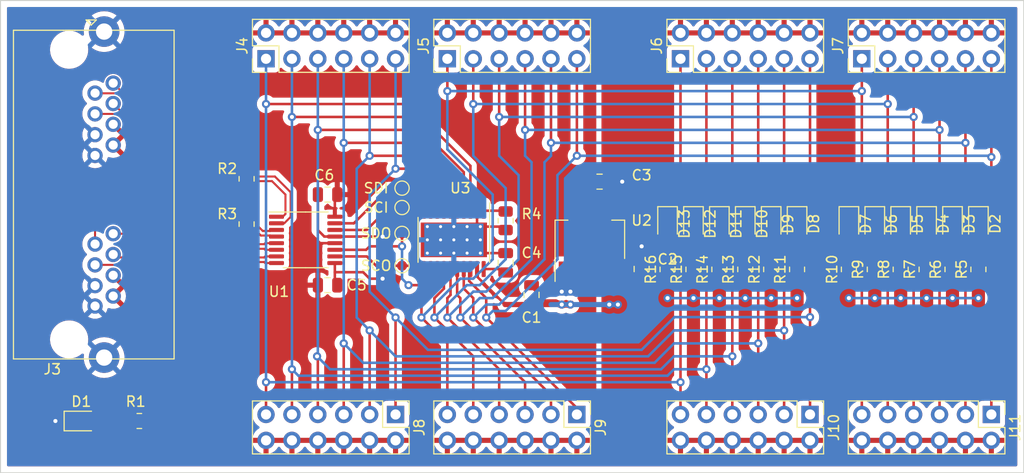
<source format=kicad_pcb>
(kicad_pcb (version 20221018) (generator pcbnew)
  (layers (0 "F.Cu" signal) (31 "B.Cu" signal) (34 "B.Paste" user) (35 "F.Paste" user) (36 "B.SilkS" user "B.Silkscreen") (37 "F.SilkS" user "F.Silkscreen") (38 "B.Mask" user) (39 "F.Mask" user) (44 "Edge.Cuts" user))
  (net 0 "")
  (net 1 "+3V3")
  (net 2 "GND")
  (net 3 "+5V")
  (net 4 "Net-(U3-VREG)")
  (net 5 "Net-(D1-A)")
  (net 6 "/Din_P")
  (net 7 "/Din_N")
  (net 8 "/Cin_P")
  (net 9 "/Cin_N")
  (net 10 "/Dout_N")
  (net 11 "/Dout_P")
  (net 12 "/Cout_N")
  (net 13 "/Cout_P")
  (net 14 "Net-(U3-IREF)")
  (net 15 "Net-(D2-K)")
  (net 16 "Net-(D2-A)")
  (net 17 "Net-(D3-K)")
  (net 18 "Net-(D3-A)")
  (net 19 "Net-(D4-K)")
  (net 20 "Net-(D4-A)")
  (net 21 "Net-(D5-K)")
  (net 22 "Net-(D5-A)")
  (net 23 "Net-(D6-K)")
  (net 24 "Net-(D6-A)")
  (net 25 "Net-(D7-K)")
  (net 26 "Net-(D7-A)")
  (net 27 "Net-(U1-DIN1)")
  (net 28 "Net-(U1-DIN2)")
  (net 29 "Net-(U1-ROUT2)")
  (net 30 "Net-(U1-ROUT1)")
  (net 31 "Net-(D8-K)")
  (net 32 "Net-(D8-A)")
  (net 33 "Net-(D9-K)")
  (net 34 "Net-(D9-A)")
  (net 35 "Net-(D10-K)")
  (net 36 "Net-(D10-A)")
  (net 37 "Net-(D11-K)")
  (net 38 "Net-(D11-A)")
  (net 39 "Net-(D12-K)")
  (net 40 "Net-(D12-A)")
  (net 41 "Net-(D13-K)")
  (net 42 "Net-(D13-A)")
  (footprint "LED_SMD:LED_0805_2012Metric" (layer "F.Cu") (at 162.56 89.8675 -90)
    (fp_text reference "D11")
    (fp_text value "LED")
  )
  (footprint "Capacitor_SMD:C_0805_2012Metric" (layer "F.Cu") (at 144.145 96.84 90)
    (fp_text reference "C1")
    (fp_text value "100nF")
  )
  (footprint "LED_SMD:LED_0805_2012Metric" (layer "F.Cu") (at 185.42 89.8675 -90)
    (fp_text reference "D3")
    (fp_text value "LED")
  )
  (footprint "Capacitor_SMD:C_0805_2012Metric" (layer "F.Cu") (at 124.145 86.995 180)
    (fp_text reference "C6")
    (fp_text value "4nF")
  )
  (footprint "LED_SMD:LED_0805_2012Metric" (layer "F.Cu") (at 167.64 89.8675 -90)
    (fp_text reference "D9")
    (fp_text value "LED")
  )
  (footprint "Resistor_SMD:R_0805_2012Metric" (layer "F.Cu") (at 177.8 94.3375 90)
    (fp_text reference "R9")
    (fp_text value "330")
  )
  (footprint "Resistor_SMD:R_0805_2012Metric" (layer "F.Cu") (at 187.96 94.3375 90)
    (fp_text reference "R5")
    (fp_text value "330")
  )
  (footprint "Connector_PinHeader_2.54mm:PinHeader_2x06_P2.54mm_Vertical" (layer "F.Cu") (at 189.23 108.58 -90)
    (fp_text reference "J11")
    (fp_text value "Conn_02x06_Odd_Even" hide)
  )
  (footprint "LED_SMD:LED_0805_2012Metric" (layer "F.Cu") (at 160.02 89.8675 -90)
    (fp_text reference "D12")
    (fp_text value "LED")
  )
  (footprint "TestPoint:TestPoint_Pad_D1.0mm" (layer "F.Cu") (at 131.445 88.265)
    (fp_text reference "SCI")
    (fp_text value "TestPoint_Pad_D1.0mm" hide)
  )
  (footprint "Resistor_SMD:R_0805_2012Metric" (layer "F.Cu") (at 180.34 94.3375 90)
    (fp_text reference "R8")
    (fp_text value "330")
  )
  (footprint "LED_SMD:LED_0805_2012Metric" (layer "F.Cu") (at 99.9975 109.22)
    (fp_text reference "D1")
    (fp_text value "LED" hide)
  )
  (footprint "Connector_PinHeader_2.54mm:PinHeader_2x06_P2.54mm_Vertical" (layer "F.Cu") (at 135.89 73.665 90)
    (fp_text reference "J5")
    (fp_text value "Conn_02x06_Odd_Even" hide)
  )
  (footprint "Resistor_SMD:R_0805_2012Metric" (layer "F.Cu") (at 157.48 94.3375 90)
    (fp_text reference "R16")
    (fp_text value "330")
  )
  (footprint "Connector_PinHeader_2.54mm:PinHeader_2x06_P2.54mm_Vertical" (layer "F.Cu") (at 176.53 73.665 90)
    (fp_text reference "J7")
    (fp_text value "Conn_02x06_Odd_Even" hide)
  )
  (footprint "Resistor_SMD:R_0805_2012Metric" (layer "F.Cu") (at 165.1 94.3375 90)
    (fp_text reference "R13")
    (fp_text value "330")
  )
  (footprint "My_Footprints:RJ45_2x" (layer "F.Cu") (at 102.235 86.995 -90)
    (fp_text reference "J3")
    (fp_text value "8P8C_Shielded_2x" hide)
  )
  (footprint "Resistor_SMD:R_0805_2012Metric" (layer "F.Cu") (at 116.205 85.4475 -90)
    (fp_text reference "R2")
    (fp_text value "100")
  )
  (footprint "Connector_PinHeader_2.54mm:PinHeader_2x06_P2.54mm_Vertical" (layer "F.Cu") (at 158.75 73.665 90)
    (fp_text reference "J6")
    (fp_text value "Conn_02x06_Odd_Even" hide)
  )
  (footprint "Connector_PinHeader_2.54mm:PinHeader_2x06_P2.54mm_Vertical" (layer "F.Cu") (at 118.11 73.665 90)
    (fp_text reference "J4")
    (fp_text value "Conn_02x06_Odd_Even" hide)
  )
  (footprint "LED_SMD:LED_0805_2012Metric" (layer "F.Cu") (at 177.8 89.8675 -90)
    (fp_text reference "D6")
    (fp_text value "LED")
  )
  (footprint "Resistor_SMD:R_0805_2012Metric" (layer "F.Cu") (at 170.18 94.3375 90)
    (fp_text reference "R11")
    (fp_text value "330")
  )
  (footprint "LED_SMD:LED_0805_2012Metric" (layer "F.Cu") (at 157.48 89.8675 -90)
    (fp_text reference "D13")
    (fp_text value "LED")
  )
  (footprint "Capacitor_SMD:C_0805_2012Metric" (layer "F.Cu") (at 154.94 94.3 90)
    (fp_text reference "C2")
    (fp_text value "10uF")
  )
  (footprint "LED_SMD:LED_0805_2012Metric" (layer "F.Cu") (at 175.26 89.8675 -90)
    (fp_text reference "D7")
    (fp_text value "LED")
  )
  (footprint "Resistor_SMD:R_0805_2012Metric" (layer "F.Cu") (at 116.205 89.8925 90)
    (fp_text reference "R3")
    (fp_text value "100")
  )
  (footprint "Resistor_SMD:R_0805_2012Metric" (layer "F.Cu") (at 185.42 94.3375 90)
    (fp_text reference "R6")
    (fp_text value "330")
  )
  (footprint "Connector_PinHeader_2.54mm:PinHeader_2x06_P2.54mm_Vertical" (layer "F.Cu") (at 130.81 108.58 -90)
    (fp_text reference "J8")
    (fp_text value "Conn_02x06_Odd_Even" hide)
  )
  (footprint "Connector_PinHeader_2.54mm:PinHeader_2x06_P2.54mm_Vertical" (layer "F.Cu") (at 171.45 108.58 -90)
    (fp_text reference "J10")
    (fp_text value "Conn_02x06_Odd_Even" hide)
  )
  (footprint "Resistor_SMD:R_0805_2012Metric" (layer "F.Cu") (at 175.26 94.3375 90)
    (fp_text reference "R10")
    (fp_text value "330")
  )
  (footprint "Capacitor_SMD:C_0805_2012Metric" (layer "F.Cu") (at 150.815 85.725)
    (fp_text reference "C3")
    (fp_text value "22uF")
  )
  (footprint "Resistor_SMD:R_0805_2012Metric" (layer "F.Cu") (at 141.605 89.565 -90)
    (fp_text reference "R4")
    (fp_text value "2k4")
  )
  (footprint "TestPoint:TestPoint_Pad_D1.0mm" (layer "F.Cu") (at 131.445 86.36)
    (fp_text reference "SDI")
    (fp_text value "TestPoint_Pad_D1.0mm" hide)
  )
  (footprint "Package_SO:HTSSOP-20-1EP_4.4x6.5mm_P0.65mm_EP3.4x6.5mm_Mask2.75x3.43mm_ThermalVias" (layer "F.Cu") (at 136.525 91.44 -90)
    (fp_text reference "U3")
    (fp_text value "TLC5971PWP")
  )
  (footprint "Capacitor_SMD:C_0805_2012Metric" (layer "F.Cu") (at 141.605 93.69 90)
    (fp_text reference "C4")
    (fp_text value "1uF")
  )
  (footprint "LED_SMD:LED_0805_2012Metric" (layer "F.Cu") (at 165.1 89.8675 -90)
    (fp_text reference "D10")
    (fp_text value "LED")
  )
  (footprint "LED_SMD:LED_0805_2012Metric" (layer "F.Cu") (at 180.34 89.8675 -90)
    (fp_text reference "D5")
    (fp_text value "LED")
  )
  (footprint "Resistor_SMD:R_0805_2012Metric" (layer "F.Cu") (at 162.56 94.3375 90)
    (fp_text reference "R14")
    (fp_text value "330")
  )
  (footprint "TestPoint:TestPoint_Pad_D1.0mm" (layer "F.Cu") (at 131.445 93.98)
    (fp_text reference "SCO")
    (fp_text value "TestPoint_Pad_D1.0mm" hide)
  )
  (footprint "Resistor_SMD:R_0805_2012Metric" (layer "F.Cu") (at 167.64 94.3375 90)
    (fp_text reference "R12")
    (fp_text value "330")
  )
  (footprint "Resistor_SMD:R_0805_2012Metric" (layer "F.Cu") (at 160.02 94.3375 90)
    (fp_text reference "R15")
    (fp_text value "330")
  )
  (footprint "Resistor_SMD:R_0805_2012Metric" (layer "F.Cu") (at 182.88 94.3375 90)
    (fp_text reference "R7")
    (fp_text value "330")
  )
  (footprint "LED_SMD:LED_0805_2012Metric" (layer "F.Cu") (at 182.88 89.8675 -90)
    (fp_text reference "D4")
    (fp_text value "LED")
  )
  (footprint "TestPoint:TestPoint_Pad_D1.0mm" (layer "F.Cu") (at 131.445 90.805)
    (fp_text reference "SDO")
    (fp_text value "TestPoint_Pad_D1.0mm" hide)
  )
  (footprint "Capacitor_SMD:C_0805_2012Metric" (layer "F.Cu") (at 124.145 95.885)
    (fp_text reference "C5")
    (fp_text value "100nF")
  )
  (footprint "Connector_PinHeader_2.54mm:PinHeader_2x06_P2.54mm_Vertical" (layer "F.Cu") (at 148.59 108.58 -90)
    (fp_text reference "J9")
    (fp_text value "Conn_02x06_Odd_Even" hide)
  )
  (footprint "Package_SO:TSSOP-16_4.4x5mm_P0.65mm" (layer "F.Cu") (at 121.995 91.44)
    (fp_text reference "U1")
    (fp_text value "SN65LVDS049")
  )
  (footprint "Package_TO_SOT_SMD:SOT-223-3_TabPin2" (layer "F.Cu") (at 149.86 91.415 90)
    (fp_text reference "U2")
    (fp_text value "AZ1117-3.3")
  )
  (footprint "LED_SMD:LED_0805_2012Metric" (layer "F.Cu") (at 170.18 89.8675 -90)
    (fp_text reference "D8")
    (fp_text value "LED")
  )
  (footprint "LED_SMD:LED_0805_2012Metric" (layer "F.Cu") (at 187.96 89.8675 -90)
    (fp_text reference "D2")
    (fp_text value "LED")
  )
  (footprint "Resistor_SMD:R_0805_2012Metric" (layer "F.Cu") (at 105.6875 109.22 180)
    (fp_text reference "R1")
    (fp_text value "330")
  )
  (gr_line (start 92.075 67.945) (end 92.71 67.945) (stroke (width 0.1)) (layer "Edge.Cuts"))
  (gr_line (start 192.405 114.3) (end 92.075 114.3) (stroke (width 0.1)) (layer "Edge.Cuts"))
  (gr_line (start 192.405 67.945) (end 192.405 114.3) (stroke (width 0.1)) (layer "Edge.Cuts"))
  (gr_line (start 92.075 114.3) (end 92.075 67.945) (stroke (width 0.1)) (layer "Edge.Cuts"))
  (gr_line (start 92.71 67.945) (end 192.405 67.945) (stroke (width 0.1)) (layer "Edge.Cuts"))
  (segment (start 124.8575 91.765) (end 122.23 91.765) (width 0.25) (layer "F.Cu") (net 1))
  (segment (start 124.8575 89.165) (end 124.8575 87.2325) (width 0.25) (layer "F.Cu") (net 1))
  (segment (start 124.8575 87.2325) (end 125.095 86.995) (width 0.25) (layer "F.Cu") (net 1))
  (segment (start 138.8 89.815) (end 139.125 90.14) (width 0.25) (layer "F.Cu") (net 2))
  (segment (start 139.125 90.14) (end 141.2675 90.14) (width 0.25) (layer "F.Cu") (net 2))
  (segment (start 139.125 92.74) (end 141.605 92.74) (width 0.25) (layer "F.Cu") (net 2))
  (segment (start 147.56 96.065497) (end 147.105497 96.52) (width 0.5) (layer "F.Cu") (net 2))
  (segment (start 128.27 95.25) (end 127.635 94.615) (width 0.25) (layer "F.Cu") (net 2))
  (segment (start 123.825 91.115) (end 124.8575 91.115) (width 0.25) (layer "F.Cu") (net 2))
  (segment (start 147.56 94.565) (end 147.56 96.065497) (width 0.5) (layer "F.Cu") (net 2))
  (segment (start 123.195 86.995) (end 123.195 90.485) (width 0.25) (layer "F.Cu") (net 2))
  (segment (start 129.544418 91.124735) (end 129.534683 91.115) (width 0.25) (layer "F.Cu") (net 2))
  (segment (start 144.775 96.52) (end 147.105497 96.52) (width 0.5) (layer "F.Cu") (net 2))
  (segment (start 123.195 90.485) (end 123.825 91.115) (width 0.25) (layer "F.Cu") (net 2))
  (segment (start 154.94 93.35) (end 154.94 92.075) (width 0.25) (layer "F.Cu") (net 2))
  (segment (start 99.06 109.22) (end 97.4575 109.22) (width 0.25) (layer "F.Cu") (net 2))
  (segment (start 144.145 95.89) (end 144.775 96.52) (width 0.5) (layer "F.Cu") (net 2))
  (segment (start 129.534683 91.115) (end 124.8575 91.115) (width 0.25) (layer "F.Cu") (net 2))
  (segment (start 129.54 95.25) (end 128.27 95.25) (width 0.25) (layer "F.Cu") (net 2))
  (segment (start 151.765 85.725) (end 153.035 85.725) (width 0.25) (layer "F.Cu") (net 2))
  (segment (start 127.635 94.615) (end 124.8575 94.615) (width 0.25) (layer "F.Cu") (net 2))
  (segment (start 124.8575 93.715) (end 124.8575 94.615) (width 0.25) (layer "F.Cu") (net 2))
  (segment (start 124.8575 95.6475) (end 125.095 95.885) (width 0.25) (layer "F.Cu") (net 2))
  (segment (start 138.8 88.5775) (end 138.8 89.815) (width 0.25) (layer "F.Cu") (net 2))
  (segment (start 147.56 96.125) (end 147.955 96.52) (width 0.5) (layer "F.Cu") (net 2))
  (segment (start 124.8575 94.615) (end 124.8575 95.6475) (width 0.25) (layer "F.Cu") (net 2))
  (segment (start 141.2675 90.14) (end 141.605 90.4775) (width 0.25) (layer "F.Cu") (net 2))
  (via (at 154.94 92.075) (size 0.8) (drill 0.4) (layers "F.Cu" "B.Cu") (net 2))
  (via (at 147.955 96.52) (size 0.8) (drill 0.4) (layers "F.Cu" "B.Cu") (net 2))
  (via (at 97.4575 109.22) (size 0.8) (drill 0.4) (layers "F.Cu" "B.Cu") (net 2))
  (via (at 129.544418 91.124735) (size 0.8) (drill 0.4) (layers "F.Cu" "B.Cu") (net 2))
  (via (at 129.54 95.25) (size 0.8) (drill 0.4) (layers "F.Cu" "B.Cu") (net 2))
  (via (at 153.035 85.725) (size 0.8) (drill 0.4) (layers "F.Cu" "B.Cu") (net 2))
  (via (at 147.105497 96.52) (size 0.8) (drill 0.4) (layers "F.Cu" "B.Cu") (net 2))
  (segment (start 138.8 95.041041) (end 138.8 94.3025) (width 0.25) (layer "F.Cu") (net 3))
  (segment (start 144.145 97.79) (end 146.05 97.79) (width 0.5) (layer "F.Cu") (net 3))
  (segment (start 141.548959 97.79) (end 138.8 95.041041) (width 0.25) (layer "F.Cu") (net 3))
  (segment (start 146.899503 97.79) (end 146.05 97.79) (width 0.5) (layer "F.Cu") (net 3))
  (segment (start 144.145 97.79) (end 141.548959 97.79) (width 0.5) (layer "F.Cu") (net 3))
  (via (at 167.64 97.155) (size 0.8) (drill 0.4) (layers "F.Cu" "B.Cu") (net 3))
  (via (at 170.18 97.155) (size 0.8) (drill 0.4) (layers "F.Cu" "B.Cu") (net 3))
  (via (at 162.56 97.155) (size 0.8) (drill 0.4) (layers "F.Cu" "B.Cu") (net 3))
  (via (at 182.88 97.155) (size 0.8) (drill 0.4) (layers "F.Cu" "B.Cu") (net 3))
  (via (at 177.8 97.155) (size 0.8) (drill 0.4) (layers "F.Cu" "B.Cu") (net 3))
  (via (at 160.02 97.155) (size 0.8) (drill 0.4) (layers "F.Cu" "B.Cu") (net 3))
  (via (at 165.1 97.155) (size 0.8) (drill 0.4) (layers "F.Cu" "B.Cu") (net 3))
  (via (at 152.614503 97.79) (size 0.8) (drill 0.4) (layers "F.Cu" "B.Cu") (net 3))
  (via (at 175.26 97.155) (size 0.8) (drill 0.4) (layers "F.Cu" "B.Cu") (net 3))
  (via (at 187.96 97.155) (size 0.8) (drill 0.4) (layers "F.Cu" "B.Cu") (net 3))
  (via (at 180.34 97.155) (size 0.8) (drill 0.4) (layers "F.Cu" "B.Cu") (net 3))
  (via (at 185.42 97.155) (size 0.8) (drill 0.4) (layers "F.Cu" "B.Cu") (net 3))
  (via (at 157.48 97.155) (size 0.8) (drill 0.4) (layers "F.Cu" "B.Cu") (net 3))
  (via (at 151.765 97.79) (size 0.8) (drill 0.4) (layers "F.Cu" "B.Cu") (net 3))
  (via (at 147.105497 97.79) (size 0.8) (drill 0.4) (layers "F.Cu" "B.Cu") (net 3))
  (via (at 147.955 97.79) (size 0.8) (drill 0.4) (layers "F.Cu" "B.Cu") (net 3))
  (segment (start 167.64 97.155) (end 170.18 97.155) (width 0.25) (layer "B.Cu") (net 3))
  (segment (start 162.56 97.155) (end 165.1 97.155) (width 0.25) (layer "B.Cu") (net 3))
  (segment (start 151.765 97.79) (end 152.614503 97.79) (width 0.5) (layer "B.Cu") (net 3))
  (segment (start 146.05 97.79) (end 151.765 97.79) (width 0.5) (layer "B.Cu") (net 3))
  (segment (start 185.42 97.155) (end 187.96 97.155) (width 0.25) (layer "B.Cu") (net 3))
  (segment (start 157.48 97.155) (end 160.02 97.155) (width 0.25) (layer "B.Cu") (net 3))
  (segment (start 160.02 97.155) (end 162.56 97.155) (width 0.25) (layer "B.Cu") (net 3))
  (segment (start 165.1 97.155) (end 167.64 97.155) (width 0.25) (layer "B.Cu") (net 3))
  (segment (start 177.8 97.155) (end 180.34 97.155) (width 0.25) (layer "B.Cu") (net 3))
  (segment (start 182.88 97.155) (end 185.42 97.155) (width 0.25) (layer "B.Cu") (net 3))
  (segment (start 175.26 97.155) (end 177.8 97.155) (width 0.25) (layer "B.Cu") (net 3))
  (segment (start 180.34 97.155) (end 182.88 97.155) (width 0.25) (layer "B.Cu") (net 3))
  (segment (start 139.45 94.3025) (end 141.2675 94.3025) (width 0.25) (layer "F.Cu") (net 4))
  (segment (start 141.2675 94.3025) (end 141.605 94.64) (width 0.25) (layer "F.Cu") (net 4))
  (segment (start 100.935 109.22) (end 104.775 109.22) (width 0.25) (layer "F.Cu") (net 5))
  (segment (start 116.205 84.535) (end 116.3925 84.535) (width 0.2) (layer "F.Cu") (net 6))
  (segment (start 113.1625 85.2225) (end 112.16 84.22) (width 0.2) (layer "F.Cu") (net 6))
  (segment (start 118.980391 85.2225) (end 120.523 86.765109) (width 0.2) (layer "F.Cu") (net 6))
  (segment (start 103.905 76.835) (end 103.125 76.055) (width 0.2) (layer "F.Cu") (net 6))
  (segment (start 117.08 85.2225) (end 118.980391 85.2225) (width 0.2) (layer "F.Cu") (net 6))
  (segment (start 120.523 86.765109) (end 120.523 89.1861) (width 0.2) (layer "F.Cu") (net 6))
  (segment (start 116.3925 84.535) (end 117.08 85.2225) (width 0.2) (layer "F.Cu") (net 6))
  (segment (start 119.8941 89.815) (end 119.1325 89.815) (width 0.2) (layer "F.Cu") (net 6))
  (segment (start 115.269999 85.2225) (end 113.1625 85.2225) (width 0.2) (layer "F.Cu") (net 6))
  (segment (start 116.205 84.535) (end 115.957499 84.535) (width 0.2) (layer "F.Cu") (net 6))
  (segment (start 120.523 89.1861) (end 119.8941 89.815) (width 0.2) (layer "F.Cu") (net 6))
  (segment (start 108.585 76.835) (end 103.905 76.835) (width 0.2) (layer "F.Cu") (net 6))
  (segment (start 112.16 84.22) (end 112.16 80.41) (width 0.2) (layer "F.Cu") (net 6))
  (segment (start 115.957499 84.535) (end 115.269999 85.2225) (width 0.2) (layer "F.Cu") (net 6))
  (segment (start 112.16 80.41) (end 108.585 76.835) (width 0.2) (layer "F.Cu") (net 6))
  (segment (start 117.08 85.6725) (end 118.6925 85.6725) (width 0.2) (layer "F.Cu") (net 7))
  (segment (start 115.951 86.36) (end 116.205 86.36) (width 0.2) (layer "F.Cu") (net 7))
  (segment (start 103.539214 77.055) (end 103.719214 77.235) (width 0.2) (layer "F.Cu") (net 7))
  (segment (start 118.6925 85.6725) (end 120.015 86.995) (width 0.2) (layer "F.Cu") (net 7))
  (segment (start 101.345 77.035) (end 101.365 77.055) (width 0.2) (layer "F.Cu") (net 7))
  (segment (start 108.35 77.235) (end 111.76 80.645) (width 0.2) (layer "F.Cu") (net 7))
  (segment (start 111.76 80.645) (end 111.76 84.455) (width 0.2) (layer "F.Cu") (net 7))
  (segment (start 120.015 88.9) (end 119.75 89.165) (width 0.2) (layer "F.Cu") (net 7))
  (segment (start 103.719214 77.235) (end 108.35 77.235) (width 0.2) (layer "F.Cu") (net 7))
  (segment (start 101.365 77.055) (end 103.539214 77.055) (width 0.2) (layer "F.Cu") (net 7))
  (segment (start 112.9775 85.6725) (end 115.2635 85.6725) (width 0.2) (layer "F.Cu") (net 7))
  (segment (start 116.205 86.36) (end 116.3925 86.36) (width 0.2) (layer "F.Cu") (net 7))
  (segment (start 116.3925 86.36) (end 117.08 85.6725) (width 0.2) (layer "F.Cu") (net 7))
  (segment (start 115.2635 85.6725) (end 115.951 86.36) (width 0.2) (layer "F.Cu") (net 7))
  (segment (start 111.76 84.455) (end 112.9775 85.6725) (width 0.2) (layer "F.Cu") (net 7))
  (segment (start 120.015 86.995) (end 120.015 88.9) (width 0.2) (layer "F.Cu") (net 7))
  (segment (start 119.75 89.165) (end 119.1325 89.165) (width 0.2) (layer "F.Cu") (net 7))
  (segment (start 115.33 90.1175) (end 110.7543 90.1175) (width 0.2) (layer "F.Cu") (net 8))
  (segment (start 117.393603 90.805) (end 116.205 90.805) (width 0.2) (layer "F.Cu") (net 8))
  (segment (start 116.205 90.805) (end 116.0175 90.805) (width 0.2) (layer "F.Cu") (net 8))
  (segment (start 116.515 91.115) (end 116.205 90.805) (width 0.25) (layer "F.Cu") (net 8))
  (segment (start 117.603603 91.015) (end 117.393603 90.805) (width 0.2) (layer "F.Cu") (net 8))
  (segment (start 110.7543 90.1175) (end 108.995 88.3582) (width 0.2) (layer "F.Cu") (net 8))
  (segment (start 119.1325 91.115) (end 118.595 91.115) (width 0.2) (layer "F.Cu") (net 8))
  (segment (start 116.0175 90.805) (end 115.33 90.1175) (width 0.2) (layer "F.Cu") (net 8))
  (segment (start 108.995 81.055) (end 107.08 79.14) (width 0.2) (layer "F.Cu") (net 8))
  (segment (start 118.595 91.115) (end 118.495 91.015) (width 0.2) (layer "F.Cu") (net 8))
  (segment (start 103.584214 79.14) (end 103.519214 79.075) (width 0.2) (layer "F.Cu") (net 8))
  (segment (start 108.995 88.3582) (end 108.995 81.055) (width 0.2) (layer "F.Cu") (net 8))
  (segment (start 118.495 91.015) (end 117.603603 91.015) (width 0.2) (layer "F.Cu") (net 8))
  (segment (start 107.08 79.14) (end 103.584214 79.14) (width 0.2) (layer "F.Cu") (net 8))
  (segment (start 103.519214 79.075) (end 101.345 79.075) (width 0.2) (layer "F.Cu") (net 8))
  (segment (start 116.0175 88.98) (end 115.33 89.6675) (width 0.2) (layer "F.Cu") (net 9))
  (segment (start 115.725 88.98) (end 116.205 88.98) (width 0.25) (layer "F.Cu") (net 9))
  (segment (start 116.205 88.98) (end 116.0175 88.98) (width 0.2) (layer "F.Cu") (net 9))
  (segment (start 110.9407 89.6675) (end 109.445 88.1718) (width 0.2) (layer "F.Cu") (net 9))
  (segment (start 109.445 80.87) (end 107.315 78.74) (width 0.2) (layer "F.Cu") (net 9))
  (segment (start 118.495 90.565) (end 117.79 90.565) (width 0.2) (layer "F.Cu") (net 9))
  (segment (start 109.445 88.1718) (end 109.445 80.87) (width 0.2) (layer "F.Cu") (net 9))
  (segment (start 115.33 89.6675) (end 110.9407 89.6675) (width 0.2) (layer "F.Cu") (net 9))
  (segment (start 107.315 78.74) (end 103.81 78.74) (width 0.2) (layer "F.Cu") (net 9))
  (segment (start 118.595 90.465) (end 118.495 90.565) (width 0.2) (layer "F.Cu") (net 9))
  (segment (start 119.1325 90.465) (end 118.595 90.465) (width 0.2) (layer "F.Cu") (net 9))
  (segment (start 103.81 78.74) (end 103.125 78.055) (width 0.2) (layer "F.Cu") (net 9))
  (segment (start 117.79 90.565) (end 116.205 88.98) (width 0.2) (layer "F.Cu") (net 9))
  (segment (start 117.926249 91.865) (end 106.1532 91.865) (width 0.2) (layer "F.Cu") (net 10))
  (segment (start 119.1325 91.765) (end 118.026249 91.765) (width 0.2) (layer "F.Cu") (net 10))
  (segment (start 103.8232 89.535) (end 102.235 89.535) (width 0.2) (layer "F.Cu") (net 10))
  (segment (start 101.345 90.425) (end 101.345 91.855) (width 0.2) (layer "F.Cu") (net 10))
  (segment (start 102.235 89.535) (end 101.345 90.425) (width 0.2) (layer "F.Cu") (net 10))
  (segment (start 106.1532 91.865) (end 103.8232 89.535) (width 0.2) (layer "F.Cu") (net 10))
  (segment (start 118.026249 91.765) (end 117.926249 91.865) (width 0.2) (layer "F.Cu") (net 10))
  (segment (start 117.926249 92.315) (end 118.026249 92.415) (width 0.2) (layer "F.Cu") (net 11))
  (segment (start 104.4868 90.835) (end 105.9668 92.315) (width 0.2) (layer "F.Cu") (net 11))
  (segment (start 103.125 90.835) (end 104.4868 90.835) (width 0.2) (layer "F.Cu") (net 11))
  (segment (start 105.9668 92.315) (end 117.926249 92.315) (width 0.2) (layer "F.Cu") (net 11))
  (segment (start 103.125 90.835) (end 102.970001 90.680001) (width 0.2) (layer "F.Cu") (net 11))
  (segment (start 118.026249 92.415) (end 119.1325 92.415) (width 0.2) (layer "F.Cu") (net 11))
  (segment (start 103.415 93.165) (end 103.125 92.875) (width 0.2) (layer "F.Cu") (net 12))
  (segment (start 117.926249 93.165) (end 103.415 93.165) (width 0.2) (layer "F.Cu") (net 12))
  (segment (start 118.026249 93.065) (end 117.926249 93.165) (width 0.2) (layer "F.Cu") (net 12))
  (segment (start 119.1325 93.065) (end 118.026249 93.065) (width 0.2) (layer "F.Cu") (net 12))
  (segment (start 118.026249 93.715) (end 119.1325 93.715) (width 0.2) (layer "F.Cu") (net 13))
  (segment (start 117.926249 93.615) (end 118.026249 93.715) (width 0.2) (layer "F.Cu") (net 13))
  (segment (start 103.956157 93.895) (end 104.236157 93.615) (width 0.2) (layer "F.Cu") (net 13))
  (segment (start 104.236157 93.615) (end 117.926249 93.615) (width 0.2) (layer "F.Cu") (net 13))
  (segment (start 101.345 93.895) (end 103.956157 93.895) (width 0.2) (layer "F.Cu") (net 13))
  (segment (start 139.45 88.5775) (end 141.53 88.5775) (width 0.25) (layer "F.Cu") (net 14))
  (segment (start 141.53 88.5775) (end 141.605 88.6525) (width 0.25) (layer "F.Cu") (net 14))
  (segment (start 148.59 83.185) (end 148.59 74.295) (width 0.25) (layer "F.Cu") (net 15))
  (segment (start 138.025 95.48) (end 138.025 94.4275) (width 0.25) (layer "F.Cu") (net 15))
  (segment (start 189.2 88.93) (end 189.23 88.9) (width 0.25) (layer "F.Cu") (net 15))
  (segment (start 138.025 94.4275) (end 138.15 94.3025) (width 0.25) (layer "F.Cu") (net 15))
  (segment (start 187.96 88.93) (end 189.2 88.93) (width 0.25) (layer "F.Cu") (net 15))
  (segment (start 189.23 88.9) (end 189.23 107.95) (width 0.25) (layer "F.Cu") (net 15))
  (segment (start 139.7 99.06) (end 148.59 107.95) (width 0.25) (layer "F.Cu") (net 15))
  (segment (start 189.23 74.295) (end 189.23 88.9) (width 0.25) (layer "F.Cu") (net 15))
  (segment (start 139.7 97.155) (end 138.025 95.48) (width 0.25) (layer "F.Cu") (net 15))
  (segment (start 139.7 99.06) (end 139.7 97.155) (width 0.25) (layer "F.Cu") (net 15))
  (via (at 139.7 99.06) (size 0.8) (drill 0.4) (layers "F.Cu" "B.Cu") (net 15))
  (via (at 148.59 83.185) (size 0.8) (drill 0.4) (layers "F.Cu" "B.Cu") (net 15))
  (via (at 189.23 83.312) (size 0.8) (drill 0.4) (layers "F.Cu" "B.Cu") (net 15))
  (segment (start 146.685 93.345) (end 146.685 85.09) (width 0.25) (layer "B.Cu") (net 15))
  (segment (start 139.7 99.06) (end 140.335 98.425) (width 0.25) (layer "B.Cu") (net 15))
  (segment (start 141.605 98.425) (end 146.685 93.345) (width 0.25) (layer "B.Cu") (net 15))
  (segment (start 140.335 98.425) (end 141.605 98.425) (width 0.25) (layer "B.Cu") (net 15))
  (segment (start 146.685 85.09) (end 148.59 83.185) (width 0.25) (layer "B.Cu") (net 15))
  (segment (start 148.59 83.185) (end 189.103 83.185) (width 0.25) (layer "B.Cu") (net 15))
  (segment (start 189.103 83.185) (end 189.23 83.312) (width 0.25) (layer "B.Cu") (net 15))
  (segment (start 187.96 90.805) (end 187.96 93.425) (width 0.25) (layer "F.Cu") (net 16))
  (segment (start 137.5 96.225) (end 137.5 94.3025) (width 0.25) (layer "F.Cu") (net 17))
  (segment (start 138.43 99.06) (end 146.05 106.68) (width 0.25) (layer "F.Cu") (net 17))
  (segment (start 186.66 88.93) (end 186.69 88.9) (width 0.25) (layer "F.Cu") (net 17))
  (segment (start 186.69 74.295) (end 186.69 88.9) (width 0.25) (layer "F.Cu") (net 17))
  (segment (start 138.43 97.155) (end 137.5 96.225) (width 0.25) (layer "F.Cu") (net 17))
  (segment (start 146.05 106.68) (end 146.05 107.95) (width 0.25) (layer "F.Cu") (net 17))
  (segment (start 146.05 81.915) (end 146.05 74.295) (width 0.25) (layer "F.Cu") (net 17))
  (segment (start 186.69 88.9) (end 186.69 107.95) (width 0.25) (layer "F.Cu") (net 17))
  (segment (start 185.42 88.93) (end 186.66 88.93) (width 0.25) (layer "F.Cu") (net 17))
  (segment (start 138.43 99.06) (end 138.43 97.155) (width 0.25) (layer "F.Cu") (net 17))
  (via (at 146.05 81.915) (size 0.8) (drill 0.4) (layers "F.Cu" "B.Cu") (net 17))
  (via (at 138.43 99.06) (size 0.8) (drill 0.4) (layers "F.Cu" "B.Cu") (net 17))
  (via (at 186.69 81.915) (size 0.8) (drill 0.4) (layers "F.Cu" "B.Cu") (net 17))
  (segment (start 139.7 97.79) (end 140.97 97.79) (width 0.25) (layer "B.Cu") (net 17))
  (segment (start 145.415 83.82) (end 146.05 83.185) (width 0.25) (layer "B.Cu") (net 17))
  (segment (start 140.97 97.79) (end 145.415 93.345) (width 0.25) (layer "B.Cu") (net 17))
  (segment (start 145.415 93.345) (end 145.415 83.82) (width 0.25) (layer "B.Cu") (net 17))
  (segment (start 138.43 99.06) (end 139.7 97.79) (width 0.25) (layer "B.Cu") (net 17))
  (segment (start 146.05 81.915) (end 186.69 81.915) (width 0.25) (layer "B.Cu") (net 17))
  (segment (start 146.05 83.185) (end 146.05 81.915) (width 0.25) (layer "B.Cu") (net 17))
  (segment (start 185.42 90.805) (end 185.42 93.425) (width 0.25) (layer "F.Cu") (net 18))
  (segment (start 137.16 97.155) (end 136.85 96.845) (width 0.25) (layer "F.Cu") (net 19))
  (segment (start 184.15 74.295) (end 184.15 88.9) (width 0.25) (layer "F.Cu") (net 19))
  (segment (start 182.88 88.93) (end 184.12 88.93) (width 0.25) (layer "F.Cu") (net 19))
  (segment (start 143.51 105.41) (end 143.51 107.95) (width 0.25) (layer "F.Cu") (net 19))
  (segment (start 184.12 88.93) (end 184.15 88.9) (width 0.25) (layer "F.Cu") (net 19))
  (segment (start 184.15 88.9) (end 184.15 107.95) (width 0.25) (layer "F.Cu") (net 19))
  (segment (start 137.16 99.06) (end 137.16 97.155) (width 0.25) (layer "F.Cu") (net 19))
  (segment (start 143.51 80.645) (end 143.51 74.295) (width 0.25) (layer "F.Cu") (net 19))
  (segment (start 137.16 99.06) (end 143.51 105.41) (width 0.25) (layer "F.Cu") (net 19))
  (segment (start 136.85 96.845) (end 136.85 94.3025) (width 0.25) (layer "F.Cu") (net 19))
  (via (at 184.15 80.645) (size 0.8) (drill 0.4) (layers "F.Cu" "B.Cu") (net 19))
  (via (at 143.51 80.645) (size 0.8) (drill 0.4) (layers "F.Cu" "B.Cu") (net 19))
  (via (at 137.16 99.06) (size 0.8) (drill 0.4) (layers "F.Cu" "B.Cu") (net 19))
  (segment (start 144.145 83.82) (end 143.51 83.185) (width 0.25) (layer "B.Cu") (net 19))
  (segment (start 143.51 80.645) (end 184.15 80.645) (width 0.25) (layer "B.Cu") (net 19))
  (segment (start 143.51 83.185) (end 143.51 80.645) (width 0.25) (layer "B.Cu") (net 19))
  (segment (start 137.16 99.06) (end 139.065 97.155) (width 0.25) (layer "B.Cu") (net 19))
  (segment (start 140.335 97.155) (end 144.145 93.345) (width 0.25) (layer "B.Cu") (net 19))
  (segment (start 139.065 97.155) (end 140.335 97.155) (width 0.25) (layer "B.Cu") (net 19))
  (segment (start 144.145 93.345) (end 144.145 83.82) (width 0.25) (layer "B.Cu") (net 19))
  (segment (start 182.88 90.805) (end 182.88 93.425) (width 0.25) (layer "F.Cu") (net 20))
  (segment (start 136.2 96.845) (end 136.2 94.3025) (width 0.25) (layer "F.Cu") (net 21))
  (segment (start 181.61 74.295) (end 181.61 88.9) (width 0.25) (layer "F.Cu") (net 21))
  (segment (start 135.89 99.06) (end 140.97 104.14) (width 0.25) (layer "F.Cu") (net 21))
  (segment (start 180.34 88.93) (end 181.58 88.93) (width 0.25) (layer "F.Cu") (net 21))
  (segment (start 135.89 97.155) (end 136.2 96.845) (width 0.25) (layer "F.Cu") (net 21))
  (segment (start 181.58 88.93) (end 181.61 88.9) (width 0.25) (layer "F.Cu") (net 21))
  (segment (start 140.97 79.375) (end 140.97 74.295) (width 0.25) (layer "F.Cu") (net 21))
  (segment (start 140.97 104.14) (end 140.97 107.95) (width 0.25) (layer "F.Cu") (net 21))
  (segment (start 181.61 88.9) (end 181.61 107.95) (width 0.25) (layer "F.Cu") (net 21))
  (segment (start 135.89 99.06) (end 135.89 97.155) (width 0.25) (layer "F.Cu") (net 21))
  (via (at 135.89 99.06) (size 0.8) (drill 0.4) (layers "F.Cu" "B.Cu") (net 21))
  (via (at 140.97 79.375) (size 0.8) (drill 0.4) (layers "F.Cu" "B.Cu") (net 21))
  (via (at 181.61 79.375) (size 0.8) (drill 0.4) (layers "F.Cu" "B.Cu") (net 21))
  (segment (start 138.43 96.52) (end 139.7 96.52) (width 0.25) (layer "B.Cu") (net 21))
  (segment (start 140.97 83.185) (end 140.97 79.375) (width 0.25) (layer "B.Cu") (net 21))
  (segment (start 135.89 99.06) (end 138.43 96.52) (width 0.25) (layer "B.Cu") (net 21))
  (segment (start 139.7 96.52) (end 142.875 93.345) (width 0.25) (layer "B.Cu") (net 21))
  (segment (start 181.61 79.375) (end 140.97 79.375) (width 0.25) (layer "B.Cu") (net 21))
  (segment (start 142.875 85.09) (end 140.97 83.185) (width 0.25) (layer "B.Cu") (net 21))
  (segment (start 142.875 93.345) (end 142.875 85.09) (width 0.25) (layer "B.Cu") (net 21))
  (segment (start 180.34 90.805) (end 180.34 93.425) (width 0.25) (layer "F.Cu") (net 22))
  (segment (start 138.43 78.105) (end 138.43 74.295) (width 0.25) (layer "F.Cu") (net 23))
  (segment (start 179.07 88.9) (end 179.07 107.95) (width 0.25) (layer "F.Cu") (net 23))
  (segment (start 138.43 102.87) (end 138.43 107.95) (width 0.25) (layer "F.Cu") (net 23))
  (segment (start 135.55 96.225) (end 135.55 94.3025) (width 0.25) (layer "F.Cu") (net 23))
  (segment (start 179.07 74.295) (end 179.07 88.9) (width 0.25) (layer "F.Cu") (net 23))
  (segment (start 134.62 97.155) (end 135.55 96.225) (width 0.25) (layer "F.Cu") (net 23))
  (segment (start 134.62 99.06) (end 138.43 102.87) (width 0.25) (layer "F.Cu") (net 23))
  (segment (start 134.62 99.06) (end 134.62 97.155) (width 0.25) (layer "F.Cu") (net 23))
  (segment (start 179.04 88.93) (end 179.07 88.9) (width 0.25) (layer "F.Cu") (net 23))
  (segment (start 177.8 88.93) (end 179.04 88.93) (width 0.25) (layer "F.Cu") (net 23))
  (via (at 134.62 99.06) (size 0.8) (drill 0.4) (layers "F.Cu" "B.Cu") (net 23))
  (via (at 138.43 78.105) (size 0.8) (drill 0.4) (layers "F.Cu" "B.Cu") (net 23))
  (via (at 179.07 78.105) (size 0.8) (drill 0.4) (layers "F.Cu" "B.Cu") (net 23))
  (segment (start 179.07 78.105) (end 138.43 78.105) (width 0.25) (layer "B.Cu") (net 23))
  (segment (start 137.795 95.885) (end 139.065 95.885) (width 0.25) (layer "B.Cu") (net 23))
  (segment (start 138.43 83.185) (end 138.43 78.105) (width 0.25) (layer "B.Cu") (net 23))
  (segment (start 134.62 99.06) (end 137.795 95.885) (width 0.25) (layer "B.Cu") (net 23))
  (segment (start 141.605 93.345) (end 141.605 86.36) (width 0.25) (layer "B.Cu") (net 23))
  (segment (start 141.605 86.36) (end 138.43 83.185) (width 0.25) (layer "B.Cu") (net 23))
  (segment (start 139.065 95.885) (end 141.605 93.345) (width 0.25) (layer "B.Cu") (net 23))
  (segment (start 177.8 90.805) (end 177.8 93.425) (width 0.25) (layer "F.Cu") (net 24))
  (segment (start 133.35 99.06) (end 133.35 97.155) (width 0.25) (layer "F.Cu") (net 25))
  (segment (start 176.53 74.295) (end 176.53 88.9) (width 0.25) (layer "F.Cu") (net 25))
  (segment (start 176.5 88.93) (end 176.53 88.9) (width 0.25) (layer "F.Cu") (net 25))
  (segment (start 175.26 88.93) (end 176.5 88.93) (width 0.25) (layer "F.Cu") (net 25))
  (segment (start 176.53 88.9) (end 176.53 107.95) (width 0.25) (layer "F.Cu") (net 25))
  (segment (start 133.35 97.155) (end 134.9 95.605) (width 0.25) (layer "F.Cu") (net 25))
  (segment (start 135.89 101.6) (end 135.89 107.95) (width 0.25) (layer "F.Cu") (net 25))
  (segment (start 134.9 95.605) (end 134.9 94.3025) (width 0.25) (layer "F.Cu") (net 25))
  (segment (start 133.35 99.06) (end 135.89 101.6) (width 0.25) (layer "F.Cu") (net 25))
  (segment (start 135.89 76.835) (end 135.89 74.295) (width 0.25) (layer "F.Cu") (net 25))
  (via (at 133.35 99.06) (size 0.8) (drill 0.4) (layers "F.Cu" "B.Cu") (net 25))
  (via (at 135.89 76.835) (size 0.8) (drill 0.4) (layers "F.Cu" "B.Cu") (net 25))
  (via (at 176.53 76.835) (size 0.8) (drill 0.4) (layers "F.Cu" "B.Cu") (net 25))
  (segment (start 140.335 86.995) (end 135.89 82.55) (width 0.25) (layer "B.Cu") (net 25))
  (segment (start 135.89 76.835) (end 176.53 76.835) (width 0.25) (layer "B.Cu") (net 25))
  (segment (start 135.89 82.55) (end 135.89 76.835) (width 0.25) (layer "B.Cu") (net 25))
  (segment (start 133.35 99.06) (end 137.16 95.25) (width 0.25) (layer "B.Cu") (net 25))
  (segment (start 140.335 93.345) (end 140.335 86.995) (width 0.25) (layer "B.Cu") (net 25))
  (segment (start 137.16 95.25) (end 138.43 95.25) (width 0.25) (layer "B.Cu") (net 25))
  (segment (start 138.43 95.25) (end 140.335 93.345) (width 0.25) (layer "B.Cu") (net 25))
  (segment (start 175.26 93.425) (end 175.26 90.805) (width 0.25) (layer "F.Cu") (net 26))
  (segment (start 128.905 93.98) (end 127.99 93.065) (width 0.25) (layer "F.Cu") (net 27))
  (segment (start 133.6 94.3025) (end 133.2775 93.98) (width 0.25) (layer "F.Cu") (net 27))
  (segment (start 127.99 93.065) (end 124.8575 93.065) (width 0.25) (layer "F.Cu") (net 27))
  (segment (start 133.2775 93.98) (end 128.905 93.98) (width 0.25) (layer "F.Cu") (net 27))
  (segment (start 134.3075 94.3025) (end 134.25 94.3025) (width 0.25) (layer "F.Cu") (net 28))
  (segment (start 128.27 92.075) (end 127.93 92.415) (width 0.25) (layer "F.Cu") (net 28))
  (segment (start 131.445 92.075) (end 128.27 92.075) (width 0.25) (layer "F.Cu") (net 28))
  (segment (start 133.406041 95.885) (end 134.25 95.041041) (width 0.25) (layer "F.Cu") (net 28))
  (segment (start 132.08 95.885) (end 133.406041 95.885) (width 0.25) (layer "F.Cu") (net 28))
  (segment (start 131.445 90.805) (end 131.445 92.075) (width 0.25) (layer "F.Cu") (net 28))
  (segment (start 134.25 95.041041) (end 134.25 94.3025) (width 0.25) (layer "F.Cu") (net 28))
  (segment (start 127.93 92.415) (end 124.8575 92.415) (width 0.25) (layer "F.Cu") (net 28))
  (via (at 131.445 92.075) (size 0.8) (drill 0.4) (layers "F.Cu" "B.Cu") (net 28))
  (via (at 132.08 95.885) (size 0.8) (drill 0.4) (layers "F.Cu" "B.Cu") (net 28))
  (segment (start 131.445 92.075) (end 131.445 95.25) (width 0.25) (layer "B.Cu") (net 28))
  (segment (start 131.445 95.25) (end 132.08 95.885) (width 0.25) (layer "B.Cu") (net 28))
  (segment (start 130.175 88.265) (end 131.445 88.265) (width 0.25) (layer "F.Cu") (net 29))
  (segment (start 127.975 90.465) (end 130.175 88.265) (width 0.25) (layer "F.Cu") (net 29))
  (segment (start 124.8575 90.465) (end 127.975 90.465) (width 0.25) (layer "F.Cu") (net 29))
  (segment (start 133.2875 88.265) (end 133.6 88.5775) (width 0.25) (layer "F.Cu") (net 29))
  (segment (start 131.445 88.265) (end 133.2875 88.265) (width 0.25) (layer "F.Cu") (net 29))
  (segment (start 130.175 86.36) (end 131.445 86.36) (width 0.25) (layer "F.Cu") (net 30))
  (segment (start 131.445 86.36) (end 132.771041 86.36) (width 0.25) (layer "F.Cu") (net 30))
  (segment (start 134.25 87.838959) (end 134.25 88.5775) (width 0.25) (layer "F.Cu") (net 30))
  (segment (start 124.8575 89.815) (end 126.72 89.815) (width 0.25) (layer "F.Cu") (net 30))
  (segment (start 126.72 89.815) (end 130.175 86.36) (width 0.25) (layer "F.Cu") (net 30))
  (segment (start 132.771041 86.36) (end 134.25 87.838959) (width 0.25) (layer "F.Cu") (net 30))
  (segment (start 130.81 107.95) (end 130.81 99.06) (width 0.25) (layer "F.Cu") (net 31))
  (segment (start 130.81 84.455) (end 132.078604 84.455) (width 0.25) (layer "F.Cu") (net 31))
  (segment (start 171.42 88.93) (end 171.45 88.9) (width 0.25) (layer "F.Cu") (net 31))
  (segment (start 134.9 87.276396) (end 134.9 88.5775) (width 0.25) (layer "F.Cu") (net 31))
  (segment (start 170.18 88.93) (end 171.42 88.93) (width 0.25) (layer "F.Cu") (net 31))
  (segment (start 171.45 88.9) (end 171.45 107.95) (width 0.25) (layer "F.Cu") (net 31))
  (segment (start 132.078604 84.455) (end 134.9 87.276396) (width 0.25) (layer "F.Cu") (net 31))
  (segment (start 171.45 74.295) (end 171.45 88.9) (width 0.25) (layer "F.Cu") (net 31))
  (via (at 130.81 99.06) (size 0.8) (drill 0.4) (layers "F.Cu" "B.Cu") (net 31))
  (via (at 171.45 99.0225) (size 0.8) (drill 0.4) (layers "F.Cu" "B.Cu") (net 31))
  (via (at 130.81 84.455) (size 0.8) (drill 0.4) (layers "F.Cu" "B.Cu") (net 31))
  (segment (start 130.81 99.06) (end 128.27 96.52) (width 0.25) (layer "B.Cu") (net 31))
  (segment (start 154.94 102.235) (end 158.1525 99.0225) (width 0.25) (layer "B.Cu") (net 31))
  (segment (start 133.985 102.235) (end 154.94 102.235) (width 0.25) (layer "B.Cu") (net 31))
  (segment (start 128.27 86.995) (end 130.81 84.455) (width 0.25) (layer "B.Cu") (net 31))
  (segment (start 128.27 96.52) (end 128.27 86.995) (width 0.25) (layer "B.Cu") (net 31))
  (segment (start 130.81 74.295) (end 130.81 84.455) (width 0.25) (layer "B.Cu") (net 31))
  (segment (start 158.1525 99.0225) (end 171.45 99.0225) (width 0.25) (layer "B.Cu") (net 31))
  (segment (start 130.81 99.06) (end 133.985 102.235) (width 0.25) (layer "B.Cu") (net 31))
  (segment (start 170.18 93.425) (end 170.18 90.805) (width 0.25) (layer "F.Cu") (net 32))
  (segment (start 128.27 83.185) (end 132.08 83.185) (width 0.25) (layer "F.Cu") (net 33))
  (segment (start 168.88 88.93) (end 168.91 88.9) (width 0.25) (layer "F.Cu") (net 33))
  (segment (start 135.55 86.655) (end 135.55 88.5775) (width 0.25) (layer "F.Cu") (net 33))
  (segment (start 132.08 83.185) (end 135.55 86.655) (width 0.25) (layer "F.Cu") (net 33))
  (segment (start 128.27 107.95) (end 128.27 100.33) (width 0.25) (layer "F.Cu") (net 33))
  (segment (start 167.64 88.93) (end 168.88 88.93) (width 0.25) (layer "F.Cu") (net 33))
  (segment (start 168.91 74.295) (end 168.91 88.9) (width 0.25) (layer "F.Cu") (net 33))
  (segment (start 168.91 88.9) (end 168.91 107.95) (width 0.25) (layer "F.Cu") (net 33))
  (via (at 128.27 100.33) (size 0.8) (drill 0.4) (layers "F.Cu" "B.Cu") (net 33))
  (via (at 168.91 100.33) (size 0.8) (drill 0.4) (layers "F.Cu" "B.Cu") (net 33))
  (via (at 128.27 83.185) (size 0.8) (drill 0.4) (layers "F.Cu" "B.Cu") (net 33))
  (segment (start 128.27 100.33) (end 127 99.06) (width 0.25) (layer "B.Cu") (net 33))
  (segment (start 155.575 102.87) (end 130.81 102.87) (width 0.25) (layer "B.Cu") (net 33))
  (segment (start 127 84.455) (end 128.27 83.185) (width 0.25) (layer "B.Cu") (net 33))
  (segment (start 130.81 102.87) (end 128.27 100.33) (width 0.25) (layer "B.Cu") (net 33))
  (segment (start 127 99.06) (end 127 84.455) (width 0.25) (layer "B.Cu") (net 33))
  (segment (start 158.115 100.33) (end 155.575 102.87) (width 0.25) (layer "B.Cu") (net 33))
  (segment (start 168.91 100.33) (end 158.115 100.33) (width 0.25) (layer "B.Cu") (net 33))
  (segment (start 128.27 83.185) (end 128.27 74.295) (width 0.25) (layer "B.Cu") (net 33))
  (segment (start 167.64 93.425) (end 167.64 90.805) (width 0.25) (layer "F.Cu") (net 34))
  (segment (start 166.37 88.9) (end 166.37 74.295) (width 0.25) (layer "F.Cu") (net 35))
  (segment (start 166.37 107.95) (end 166.37 88.9) (width 0.25) (layer "F.Cu") (net 35))
  (segment (start 166.34 88.93) (end 166.37 88.9) (width 0.25) (layer "F.Cu") (net 35))
  (segment (start 136.2 86.036396) (end 136.2 88.5775) (width 0.25) (layer "F.Cu") (net 35))
  (segment (start 125.73 107.95) (end 125.73 101.6) (width 0.25) (layer "F.Cu") (net 35))
  (segment (start 165.1 88.93) (end 166.34 88.93) (width 0.25) (layer "F.Cu") (net 35))
  (segment (start 125.73 81.915) (end 132.078604 81.915) (width 0.25) (layer "F.Cu") (net 35))
  (segment (start 132.078604 81.915) (end 136.2 86.036396) (width 0.25) (layer "F.Cu") (net 35))
  (via (at 125.73 81.915) (size 0.8) (drill 0.4) (layers "F.Cu" "B.Cu") (net 35))
  (via (at 166.37 101.6) (size 0.8) (drill 0.4) (layers "F.Cu" "B.Cu") (net 35))
  (via (at 125.73 101.6) (size 0.8) (drill 0.4) (layers "F.Cu" "B.Cu") (net 35))
  (segment (start 166.37 101.6) (end 158.115 101.6) (width 0.25) (layer "B.Cu") (net 35))
  (segment (start 158.115 101.6) (end 156.21 103.505) (width 0.25) (layer "B.Cu") (net 35))
  (segment (start 125.73 101.6) (end 125.73 81.915) (width 0.25) (layer "B.Cu") (net 35))
  (segment (start 127.635 103.505) (end 125.73 101.6) (width 0.25) (layer "B.Cu") (net 35))
  (segment (start 125.73 74.295) (end 125.73 81.915) (width 0.25) (layer "B.Cu") (net 35))
  (segment (start 156.21 103.505) (end 127.635 103.505) (width 0.25) (layer "B.Cu") (net 35))
  (segment (start 165.1 93.425) (end 165.1 90.805) (width 0.25) (layer "F.Cu") (net 36))
  (segment (start 123.19 102.945) (end 123.115 102.87) (width 0.25) (layer "F.Cu") (net 37))
  (segment (start 163.83 107.95) (end 163.83 88.9) (width 0.25) (layer "F.Cu") (net 37))
  (segment (start 136.85 85.415) (end 136.85 88.5775) (width 0.25) (layer "F.Cu") (net 37))
  (segment (start 123.19 80.645) (end 132.08 80.645) (width 0.25) (layer "F.Cu") (net 37))
  (segment (start 123.19 107.95) (end 123.19 102.945) (width 0.25) (layer "F.Cu") (net 37))
  (segment (start 163.8 88.93) (end 163.83 88.9) (width 0.25) (layer "F.Cu") (net 37))
  (segment (start 162.56 88.93) (end 163.8 88.93) (width 0.25) (layer "F.Cu") (net 37))
  (segment (start 163.83 88.9) (end 163.83 74.295) (width 0.25) (layer "F.Cu") (net 37))
  (segment (start 132.08 80.645) (end 136.85 85.415) (width 0.25) (layer "F.Cu") (net 37))
  (via (at 163.83 102.87) (size 0.8) (drill 0.4) (layers "F.Cu" "B.Cu") (net 37))
  (via (at 123.19 80.645) (size 0.8) (drill 0.4) (layers "F.Cu" "B.Cu") (net 37))
  (via (at 123.115 102.87) (size 0.8) (drill 0.4) (layers "F.Cu" "B.Cu") (net 37))
  (segment (start 123.19 74.295) (end 123.19 80.645) (width 0.25) (layer "B.Cu") (net 37))
  (segment (start 124.385 104.14) (end 123.115 102.87) (width 0.25) (layer "B.Cu") (net 37))
  (segment (start 156.844651 104.14) (end 124.385 104.14) (width 0.25) (layer "B.Cu") (net 37))
  (segment (start 158.114651 102.87) (end 156.844651 104.14) (width 0.25) (layer "B.Cu") (net 37))
  (segment (start 123.115 102.87) (end 123.19 102.795) (width 0.25) (layer "B.Cu") (net 37))
  (segment (start 163.83 102.87) (end 158.114651 102.87) (width 0.25) (layer "B.Cu") (net 37))
  (segment (start 123.19 102.795) (end 123.19 80.645) (width 0.25) (layer "B.Cu") (net 37))
  (segment (start 162.56 93.425) (end 162.56 90.805) (width 0.25) (layer "F.Cu") (net 38))
  (segment (start 132.078604 79.375) (end 137.5 84.796396) (width 0.25) (layer "F.Cu") (net 39))
  (segment (start 161.29 107.95) (end 161.29 88.9) (width 0.25) (layer "F.Cu") (net 39))
  (segment (start 137.5 84.796396) (end 137.5 88.5775) (width 0.25) (layer "F.Cu") (net 39))
  (segment (start 161.29 88.9) (end 161.29 74.295) (width 0.25) (layer "F.Cu") (net 39))
  (segment (start 120.65 79.375) (end 132.078604 79.375) (width 0.25) (layer "F.Cu") (net 39))
  (segment (start 120.65 107.95) (end 120.65 104.14) (width 0.25) (layer "F.Cu") (net 39))
  (segment (start 161.26 88.93) (end 161.29 88.9) (width 0.25) (layer "F.Cu") (net 39))
  (segment (start 160.02 88.93) (end 161.26 88.93) (width 0.25) (layer "F.Cu") (net 39))
  (via (at 120.65 79.375) (size 0.8) (drill 0.4) (layers "F.Cu" "B.Cu") (net 39))
  (via (at 120.65 104.14) (size 0.8) (drill 0.4) (layers "F.Cu" "B.Cu") (net 39))
  (via (at 161.29 104.14) (size 0.8) (drill 0.4) (layers "F.Cu" "B.Cu") (net 39))
  (segment (start 157.48 104.775) (end 121.285 104.775) (width 0.25) (layer "B.Cu") (net 39))
  (segment (start 161.29 104.14) (end 158.115 104.14) (width 0.25) (layer "B.Cu") (net 39))
  (segment (start 120.65 79.375) (end 120.65 74.295) (width 0.25) (layer "B.Cu") (net 39))
  (segment (start 120.65 79.375) (end 120.65 104.14) (width 0.25) (layer "B.Cu") (net 39))
  (segment (start 121.285 104.775) (end 120.65 104.14) (width 0.25) (layer "B.Cu") (net 39))
  (segment (start 158.115 104.14) (end 157.48 104.775) (width 0.25) (layer "B.Cu") (net 39))
  (segment (start 160.02 93.425) (end 160.02 90.805) (width 0.25) (layer "F.Cu") (net 40))
  (segment (start 158.75 107.95) (end 158.75 88.9) (width 0.25) (layer "F.Cu") (net 41))
  (segment (start 118.11 107.95) (end 118.11 105.41) (width 0.25) (layer "F.Cu") (net 41))
  (segment (start 158.75 88.9) (end 158.75 74.295) (width 0.25) (layer "F.Cu") (net 41))
  (segment (start 158.72 88.93) (end 158.75 88.9) (width 0.25) (layer "F.Cu") (net 41))
  (segment (start 138.15 84.175) (end 138.15 88.5775) (width 0.25) (layer "F.Cu") (net 41))
  (segment (start 132.08 78.105) (end 138.15 84.175) (width 0.25) (layer "F.Cu") (net 41))
  (segment (start 157.48 88.93) (end 158.72 88.93) (width 0.25) (layer "F.Cu") (net 41))
  (segment (start 118.11 78.105) (end 132.08 78.105) (width 0.25) (layer "F.Cu") (net 41))
  (via (at 118.11 78.105) (size 0.8) (drill 0.4) (layers "F.Cu" "B.Cu") (net 41))
  (via (at 118.11 105.41) (size 0.8) (drill 0.4) (layers "F.Cu" "B.Cu") (net 41))
  (via (at 158.75 105.41) (size 0.8) (drill 0.4) (layers "F.Cu" "B.Cu") (net 41))
  (segment (start 158.75 105.41) (end 118.11 105.41) (width 0.25) (layer "B.Cu") (net 41))
  (segment (start 118.11 74.295) (end 118.11 105.41) (width 0.25) (layer "B.Cu") (net 41))
  (segment (start 157.48 93.425) (end 157.48 90.805) (width 0.25) (layer "F.Cu") (net 42))
  (zone (net 1) (net_name "+3V3") (layer "F.Cu") (priority 2) (connect_pads (clearance 0.5)) (min_thickness 0.25) (fill yes (thermal_gap 0.5) (thermal_bridge_width 0.5))
    (polygon (pts (xy 106.68 109.855) (xy 150.495 109.855) (xy 150.495 72.39) (xy 106.68 72.39)))
  )
  (zone (net 3) (net_name "+5V") (layer "F.Cu") (priority 1) (connect_pads (clearance 0.5)) (min_thickness 0.25) (fill yes (thermal_gap 0.5) (thermal_bridge_width 0.5))
    (polygon (pts (xy 92.71 68.58) (xy 191.77 68.58) (xy 191.77 113.665) (xy 92.71 113.665)))
  )
  (zone (net 2) (net_name "GND") (layer "B.Cu") (connect_pads (clearance 0.5)) (min_thickness 0.25) (fill yes (thermal_gap 0.5) (thermal_bridge_width 0.5))
    (polygon (pts (xy 92.71 68.58) (xy 191.77 68.58) (xy 191.77 113.665) (xy 92.71 113.665)))
  )
)
</source>
